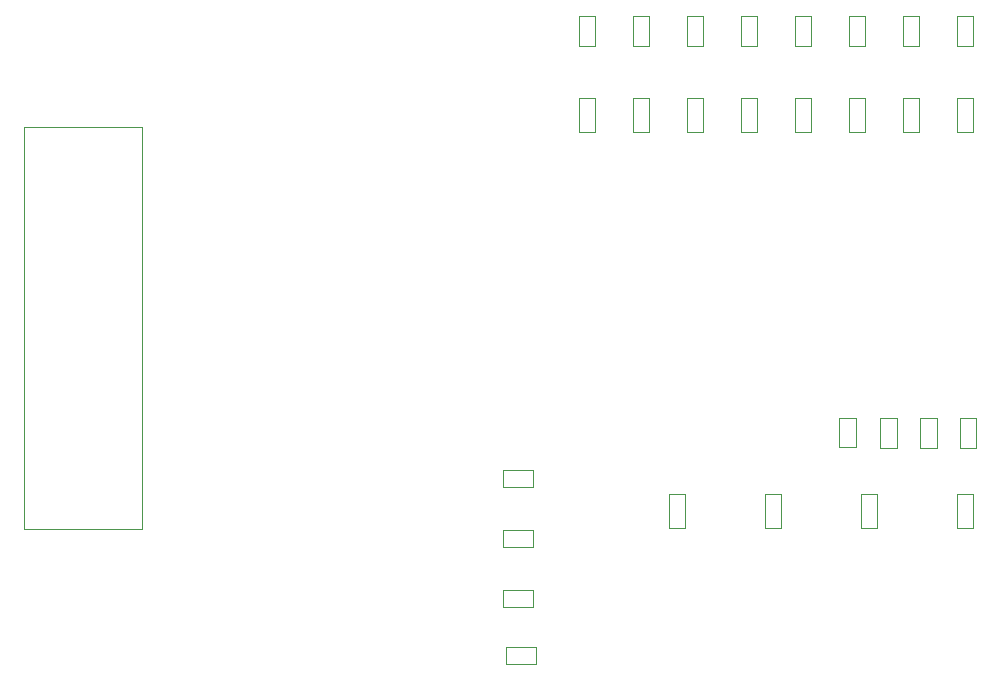
<source format=gbr>
G04 #@! TF.FileFunction,Other,User*
%FSLAX46Y46*%
G04 Gerber Fmt 4.6, Leading zero omitted, Abs format (unit mm)*
G04 Created by KiCad (PCBNEW 4.0.6) date Tuesday 03. October 2017 15.24.42*
%MOMM*%
%LPD*%
G01*
G04 APERTURE LIST*
%ADD10C,0.100000*%
%ADD11C,0.050000*%
G04 APERTURE END LIST*
D10*
D11*
X167530000Y-117310000D02*
X157580000Y-117310000D01*
X157580000Y-117310000D02*
X157580000Y-83310000D01*
X157580000Y-83310000D02*
X167530000Y-83310000D01*
X167530000Y-83310000D02*
X167530000Y-117310000D01*
X200894000Y-128716000D02*
X198394000Y-128716000D01*
X200894000Y-128716000D02*
X200894000Y-127316000D01*
X198394000Y-127316000D02*
X198394000Y-128716000D01*
X198394000Y-127316000D02*
X200894000Y-127316000D01*
X226579200Y-110419200D02*
X226579200Y-107919200D01*
X226579200Y-110419200D02*
X227979200Y-110419200D01*
X227979200Y-107919200D02*
X226579200Y-107919200D01*
X227979200Y-107919200D02*
X227979200Y-110419200D01*
X230084400Y-110470000D02*
X230084400Y-107970000D01*
X230084400Y-110470000D02*
X231484400Y-110470000D01*
X231484400Y-107970000D02*
X230084400Y-107970000D01*
X231484400Y-107970000D02*
X231484400Y-110470000D01*
X233437200Y-110470000D02*
X233437200Y-107970000D01*
X233437200Y-110470000D02*
X234837200Y-110470000D01*
X234837200Y-107970000D02*
X233437200Y-107970000D01*
X234837200Y-107970000D02*
X234837200Y-110470000D01*
X236790000Y-110470000D02*
X236790000Y-107970000D01*
X236790000Y-110470000D02*
X238190000Y-110470000D01*
X238190000Y-107970000D02*
X236790000Y-107970000D01*
X238190000Y-107970000D02*
X238190000Y-110470000D01*
X200640000Y-123890000D02*
X198140000Y-123890000D01*
X200640000Y-123890000D02*
X200640000Y-122490000D01*
X198140000Y-122490000D02*
X198140000Y-123890000D01*
X198140000Y-122490000D02*
X200640000Y-122490000D01*
X200640000Y-118810000D02*
X198140000Y-118810000D01*
X200640000Y-118810000D02*
X200640000Y-117410000D01*
X198140000Y-117410000D02*
X198140000Y-118810000D01*
X198140000Y-117410000D02*
X200640000Y-117410000D01*
X200640000Y-113730000D02*
X198140000Y-113730000D01*
X200640000Y-113730000D02*
X200640000Y-112330000D01*
X198140000Y-112330000D02*
X198140000Y-113730000D01*
X198140000Y-112330000D02*
X200640000Y-112330000D01*
X236536000Y-76434000D02*
X236536000Y-73934000D01*
X236536000Y-76434000D02*
X237936000Y-76434000D01*
X237936000Y-73934000D02*
X236536000Y-73934000D01*
X237936000Y-73934000D02*
X237936000Y-76434000D01*
X231964000Y-76434000D02*
X231964000Y-73934000D01*
X231964000Y-76434000D02*
X233364000Y-76434000D01*
X233364000Y-73934000D02*
X231964000Y-73934000D01*
X233364000Y-73934000D02*
X233364000Y-76434000D01*
X227392000Y-76434000D02*
X227392000Y-73934000D01*
X227392000Y-76434000D02*
X228792000Y-76434000D01*
X228792000Y-73934000D02*
X227392000Y-73934000D01*
X228792000Y-73934000D02*
X228792000Y-76434000D01*
X222820000Y-76434000D02*
X222820000Y-73934000D01*
X222820000Y-76434000D02*
X224220000Y-76434000D01*
X224220000Y-73934000D02*
X222820000Y-73934000D01*
X224220000Y-73934000D02*
X224220000Y-76434000D01*
X218248000Y-76434000D02*
X218248000Y-73934000D01*
X218248000Y-76434000D02*
X219648000Y-76434000D01*
X219648000Y-73934000D02*
X218248000Y-73934000D01*
X219648000Y-73934000D02*
X219648000Y-76434000D01*
X213676000Y-76434000D02*
X213676000Y-73934000D01*
X213676000Y-76434000D02*
X215076000Y-76434000D01*
X215076000Y-73934000D02*
X213676000Y-73934000D01*
X215076000Y-73934000D02*
X215076000Y-76434000D01*
X209104000Y-76434000D02*
X209104000Y-73934000D01*
X209104000Y-76434000D02*
X210504000Y-76434000D01*
X210504000Y-73934000D02*
X209104000Y-73934000D01*
X210504000Y-73934000D02*
X210504000Y-76434000D01*
X204532000Y-76434000D02*
X204532000Y-73934000D01*
X204532000Y-76434000D02*
X205932000Y-76434000D01*
X205932000Y-73934000D02*
X204532000Y-73934000D01*
X205932000Y-73934000D02*
X205932000Y-76434000D01*
X212202000Y-114374000D02*
X213502000Y-114374000D01*
X213502000Y-114374000D02*
X213502000Y-117274000D01*
X213502000Y-117274000D02*
X212202000Y-117274000D01*
X212202000Y-117274000D02*
X212202000Y-114374000D01*
X220330000Y-114374000D02*
X221630000Y-114374000D01*
X221630000Y-114374000D02*
X221630000Y-117274000D01*
X221630000Y-117274000D02*
X220330000Y-117274000D01*
X220330000Y-117274000D02*
X220330000Y-114374000D01*
X228458000Y-114374000D02*
X229758000Y-114374000D01*
X229758000Y-114374000D02*
X229758000Y-117274000D01*
X229758000Y-117274000D02*
X228458000Y-117274000D01*
X228458000Y-117274000D02*
X228458000Y-114374000D01*
X236586000Y-114374000D02*
X237886000Y-114374000D01*
X237886000Y-114374000D02*
X237886000Y-117274000D01*
X237886000Y-117274000D02*
X236586000Y-117274000D01*
X236586000Y-117274000D02*
X236586000Y-114374000D01*
X236586000Y-80846000D02*
X237886000Y-80846000D01*
X237886000Y-80846000D02*
X237886000Y-83746000D01*
X237886000Y-83746000D02*
X236586000Y-83746000D01*
X236586000Y-83746000D02*
X236586000Y-80846000D01*
X232014000Y-80846000D02*
X233314000Y-80846000D01*
X233314000Y-80846000D02*
X233314000Y-83746000D01*
X233314000Y-83746000D02*
X232014000Y-83746000D01*
X232014000Y-83746000D02*
X232014000Y-80846000D01*
X227442000Y-80846000D02*
X228742000Y-80846000D01*
X228742000Y-80846000D02*
X228742000Y-83746000D01*
X228742000Y-83746000D02*
X227442000Y-83746000D01*
X227442000Y-83746000D02*
X227442000Y-80846000D01*
X222870000Y-80846000D02*
X224170000Y-80846000D01*
X224170000Y-80846000D02*
X224170000Y-83746000D01*
X224170000Y-83746000D02*
X222870000Y-83746000D01*
X222870000Y-83746000D02*
X222870000Y-80846000D01*
X218298000Y-80846000D02*
X219598000Y-80846000D01*
X219598000Y-80846000D02*
X219598000Y-83746000D01*
X219598000Y-83746000D02*
X218298000Y-83746000D01*
X218298000Y-83746000D02*
X218298000Y-80846000D01*
X213726000Y-80846000D02*
X215026000Y-80846000D01*
X215026000Y-80846000D02*
X215026000Y-83746000D01*
X215026000Y-83746000D02*
X213726000Y-83746000D01*
X213726000Y-83746000D02*
X213726000Y-80846000D01*
X209154000Y-80846000D02*
X210454000Y-80846000D01*
X210454000Y-80846000D02*
X210454000Y-83746000D01*
X210454000Y-83746000D02*
X209154000Y-83746000D01*
X209154000Y-83746000D02*
X209154000Y-80846000D01*
X204582000Y-80846000D02*
X205882000Y-80846000D01*
X205882000Y-80846000D02*
X205882000Y-83746000D01*
X205882000Y-83746000D02*
X204582000Y-83746000D01*
X204582000Y-83746000D02*
X204582000Y-80846000D01*
M02*

</source>
